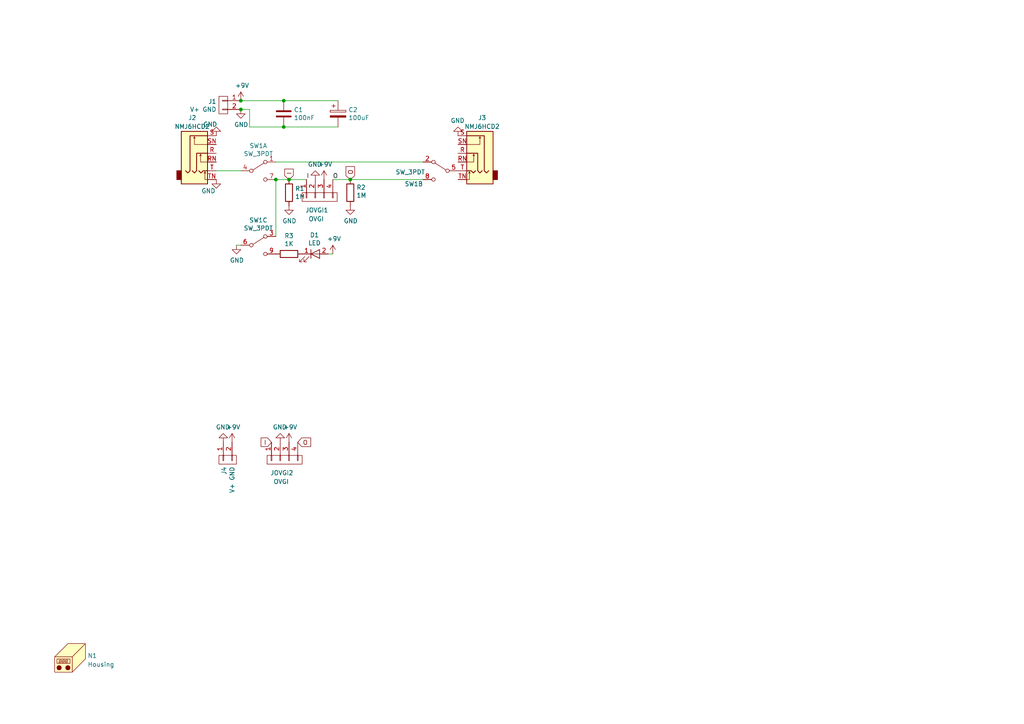
<source format=kicad_sch>
(kicad_sch (version 20230121) (generator eeschema)
  (paper "A4")
  (lib_symbols
    (symbol "1590B-rescue:C-device" (pin_numbers hide) (pin_names (offset 0.254))
      (property "Reference" "C" (at 0.635 2.54 0))
      (property "Value" "device:C" (at 0.635 -2.54 0))
      (symbol "C-device_0_1"
        (polyline (pts (xy -2.032 -0.762) (xy 2.032 -0.762)) (stroke (width 0.508)))
        (polyline (pts (xy -2.032 0.762) (xy 2.032 0.762)) (stroke (width 0.508)))
      )
      (symbol "C-device_1_1"
        (pin passive line (at 0 3.81 270) (length 2.794) (name "~") (number "1"))
        (pin passive line (at 0 -3.81 90) (length 2.794) (name "~") (number "2"))
      )
    )
    (symbol "1590B-rescue:CONN_01X02-conn" (pin_names (offset 1.016) hide)
      (property "Reference" "J" (at 0 3.81 0))
      (property "Value" "conn:CONN_01X02" (at 2.54 0 90))
      (symbol "CONN_01X02-conn_0_1"
        (rectangle (start -1.27 -1.143) (end 0.254 -1.397))
        (rectangle (start -1.27 1.397) (end 0.254 1.143))
        (rectangle (start -1.27 2.54) (end 1.27 -2.54))
      )
      (symbol "CONN_01X02-conn_1_1"
        (pin passive line (at -5.08 1.27 0) (length 3.81) (name "P1") (number "1"))
        (pin passive line (at -5.08 -1.27 0) (length 3.81) (name "P2") (number "2"))
      )
    )
    (symbol "1590B-rescue:CONN_01X04-conn" (pin_names (offset 1.016) hide)
      (property "Reference" "J" (at 0 6.35 0))
      (property "Value" "conn:CONN_01X04" (at 2.54 0 90))
      (symbol "CONN_01X04-conn_0_1"
        (rectangle (start -1.27 -3.683) (end 0.254 -3.937))
        (rectangle (start -1.27 -1.143) (end 0.254 -1.397))
        (rectangle (start -1.27 1.397) (end 0.254 1.143))
        (rectangle (start -1.27 3.937) (end 0.254 3.683))
        (rectangle (start -1.27 5.08) (end 1.27 -5.08))
      )
      (symbol "CONN_01X04-conn_1_1"
        (pin passive line (at -5.08 3.81 0) (length 3.81) (name "P1") (number "1"))
        (pin passive line (at -5.08 1.27 0) (length 3.81) (name "P2") (number "2"))
        (pin passive line (at -5.08 -1.27 0) (length 3.81) (name "P3") (number "3"))
        (pin passive line (at -5.08 -3.81 0) (length 3.81) (name "P4") (number "4"))
      )
    )
    (symbol "1590B-rescue:CP-device" (pin_numbers hide) (pin_names (offset 0.254))
      (property "Reference" "C" (at 0.635 2.54 0))
      (property "Value" "device:CP" (at 0.635 -2.54 0))
      (symbol "CP-device_0_1"
        (rectangle (start -2.286 0.508) (end -2.286 1.016))
        (rectangle (start -2.286 0.508) (end 2.286 0.508))
        (polyline (pts (xy -1.778 2.286) (xy -0.762 2.286)))
        (polyline (pts (xy -1.27 2.794) (xy -1.27 1.778)))
        (rectangle (start 2.286 -0.508) (end -2.286 -1.016) (fill (type outline)))
        (rectangle (start 2.286 1.016) (end -2.286 1.016))
        (rectangle (start 2.286 1.016) (end 2.286 0.508))
      )
      (symbol "CP-device_1_1"
        (pin passive line (at 0 3.81 270) (length 2.794) (name "~") (number "1"))
        (pin passive line (at 0 -3.81 90) (length 2.794) (name "~") (number "2"))
      )
    )
    (symbol "1590B-rescue:LED-device" (pin_names (offset 1.016) hide)
      (property "Reference" "D" (at 0 2.54 0))
      (property "Value" "device:LED" (at 0 -2.54 0))
      (symbol "LED-device_0_1"
        (polyline (pts (xy -1.27 -1.27) (xy -1.27 1.27)) (stroke (width 0.2032)))
        (polyline (pts (xy -1.27 0) (xy 1.27 0)))
        (polyline (pts (xy 1.27 -1.27) (xy 1.27 1.27) (xy -1.27 0) (xy 1.27 -1.27)) (stroke (width 0.2032)))
        (polyline (pts (xy -3.048 -0.762) (xy -4.572 -2.286) (xy -3.81 -2.286) (xy -4.572 -2.286) (xy -4.572 -1.524)))
        (polyline (pts (xy -1.778 -0.762) (xy -3.302 -2.286) (xy -2.54 -2.286) (xy -3.302 -2.286) (xy -3.302 -1.524)))
      )
      (symbol "LED-device_1_1"
        (pin passive line (at -3.81 0 0) (length 2.54) (name "K") (number "1"))
        (pin passive line (at 3.81 0 180) (length 2.54) (name "A") (number "2"))
      )
    )
    (symbol "1590B-rescue:R-device" (pin_numbers hide) (pin_names (offset 0))
      (property "Reference" "R" (at 2.032 0 90))
      (property "Value" "device:R" (at 0 0 90))
      (symbol "R-device_0_1"
        (rectangle (start -1.016 -2.54) (end 1.016 2.54) (stroke (width 0.254)))
      )
      (symbol "R-device_1_1"
        (pin passive line (at 0 3.81 270) (length 1.27) (name "~") (number "1"))
        (pin passive line (at 0 -3.81 90) (length 1.27) (name "~") (number "2"))
      )
    )
    (symbol "1590B-rescue:SW_3PDT-switches" (pin_names (offset 0) hide)
      (property "Reference" "SW" (at 0 4.318 0))
      (property "Value" "switches:SW_3PDT" (at 0 -5.08 0))
      (symbol "SW_3PDT-switches_0_0"
        (circle (center -2.032 0) (radius 0.508))
        (circle (center 2.032 -2.54) (radius 0.508))
      )
      (symbol "SW_3PDT-switches_0_1"
        (polyline (pts (xy -1.524 0.254) (xy 1.651 2.286)))
        (circle (center 2.032 2.54) (radius 0.508))
      )
      (symbol "SW_3PDT-switches_1_1"
        (pin passive line (at 5.08 2.54 180) (length 2.54) (name "A") (number "1"))
        (pin passive line (at -5.08 0 0) (length 2.54) (name "B") (number "4"))
        (pin passive line (at 5.08 -2.54 180) (length 2.54) (name "C") (number "7"))
      )
      (symbol "SW_3PDT-switches_2_1"
        (pin passive line (at 5.08 2.54 180) (length 2.54) (name "A") (number "2"))
        (pin passive line (at -5.08 0 0) (length 2.54) (name "B") (number "5"))
        (pin passive line (at 5.08 -2.54 180) (length 2.54) (name "C") (number "8"))
      )
      (symbol "SW_3PDT-switches_3_1"
        (pin passive line (at 5.08 2.54 180) (length 2.54) (name "A") (number "3"))
        (pin passive line (at -5.08 0 0) (length 2.54) (name "B") (number "6"))
        (pin passive line (at 5.08 -2.54 180) (length 2.54) (name "C") (number "9"))
      )
    )
    (symbol "Connector_Audio:NMJ6HCD2"
      (property "Reference" "J" (at 0 11.43 0))
      (property "Value" "NMJ6HCD2" (at 0 8.89 0))
      (symbol "NMJ6HCD2_0_1"
        (rectangle (start -5.08 -5.08) (end -6.35 -7.62) (stroke (width 0.254)) (fill (type outline)))
        (polyline (pts (xy -1.27 4.826) (xy -1.016 4.318)))
        (polyline (pts (xy 0.508 -0.254) (xy 0.762 -0.762)))
        (polyline (pts (xy 1.778 -5.334) (xy 2.032 -5.842)))
        (polyline (pts (xy 0 -5.08) (xy 0.635 -5.715) (xy 1.27 -5.08) (xy 2.54 -5.08)) (stroke (width 0.254)))
        (polyline (pts (xy 2.54 -7.62) (xy 1.778 -7.62) (xy 1.778 -5.334) (xy 1.524 -5.842)))
        (polyline (pts (xy 2.54 -2.54) (xy 0.508 -2.54) (xy 0.508 -0.254) (xy 0.254 -0.762)))
        (polyline (pts (xy 2.54 2.54) (xy -1.27 2.54) (xy -1.27 4.826) (xy -1.524 4.318)))
        (polyline (pts (xy -1.905 -5.08) (xy -1.27 -5.715) (xy -0.635 -5.08) (xy -0.635 0) (xy 2.54 0)) (stroke (width 0.254)))
        (polyline (pts (xy 2.54 5.08) (xy -2.54 5.08) (xy -2.54 -5.08) (xy -3.175 -5.715) (xy -3.81 -5.08)) (stroke (width 0.254)))
        (rectangle (start 2.54 6.35) (end -5.08 -8.89) (stroke (width 0.254)) (fill (type background)))
      )
      (symbol "NMJ6HCD2_1_1"
        (pin passive line (at 5.08 0 180) (length 2.54) (name "~") (number "R"))
        (pin passive line (at 5.08 -2.54 180) (length 2.54) (name "~") (number "RN"))
        (pin passive line (at 5.08 5.08 180) (length 2.54) (name "~") (number "S"))
        (pin passive line (at 5.08 2.54 180) (length 2.54) (name "~") (number "SN"))
        (pin passive line (at 5.08 -5.08 180) (length 2.54) (name "~") (number "T"))
        (pin passive line (at 5.08 -7.62 180) (length 2.54) (name "~") (number "TN"))
      )
    )
    (symbol "Mechanical:Housing" (pin_names (offset 1.016))
      (property "Reference" "N" (at 3.81 0 0))
      (property "Value" "Housing" (at 3.81 -1.905 0))
      (symbol "Housing_0_1"
        (rectangle (start -5.08 -0.635) (end -1.27 -1.905))
        (circle (center -4.445 -3.175) (radius 0.635) (fill (type outline)))
        (circle (center -1.905 -3.175) (radius 0.635) (fill (type outline)))
        (polyline (pts (xy -4.5212 -1.5748) (xy -4.4704 -1.3716)))
        (polyline (pts (xy -4.4196 -1.6764) (xy -4.064 -1.6764)))
        (polyline (pts (xy -4.4196 -1.2192) (xy -4.3688 -0.9652)))
        (polyline (pts (xy -4.318 -1.3208) (xy -4.0132 -1.3208)))
        (polyline (pts (xy -4.2164 -0.9144) (xy -3.9116 -0.9144)))
        (polyline (pts (xy -3.9116 -1.6256) (xy -3.8608 -1.3716)))
        (polyline (pts (xy -3.81 -1.2192) (xy -3.7592 -0.9652)))
        (polyline (pts (xy -3.6068 -1.5748) (xy -3.556 -1.3716)))
        (polyline (pts (xy -3.5052 -1.6764) (xy -3.1496 -1.6764)))
        (polyline (pts (xy -3.5052 -1.2192) (xy -3.4544 -0.9652)))
        (polyline (pts (xy -3.4036 -1.3208) (xy -3.0988 -1.3208)))
        (polyline (pts (xy -3.302 -0.9144) (xy -2.9972 -0.9144)))
        (polyline (pts (xy -2.9972 -1.6256) (xy -2.9464 -1.3716)))
        (polyline (pts (xy -2.8956 -1.2192) (xy -2.8448 -0.9652)))
        (polyline (pts (xy -2.6924 -1.5748) (xy -2.6416 -1.3716)))
        (polyline (pts (xy -2.5908 -1.6764) (xy -2.2352 -1.6764)))
        (polyline (pts (xy -2.5908 -1.2192) (xy -2.54 -0.9652)))
        (polyline (pts (xy -2.4892 -1.3208) (xy -2.1844 -1.3208)))
        (polyline (pts (xy -2.3876 -0.9144) (xy -2.0828 -0.9144)))
        (polyline (pts (xy -2.0828 -1.6256) (xy -2.032 -1.3716)))
        (polyline (pts (xy -1.9812 -1.2192) (xy -1.9304 -0.9652)))
        (polyline (pts (xy -0.635 0) (xy -0.635 -4.445)))
        (polyline (pts (xy -5.715 0) (xy -0.635 0) (xy 3.175 3.81)))
        (polyline (pts (xy -5.715 0) (xy -5.715 -4.445) (xy -0.635 -4.445) (xy 3.175 -0.635) (xy 3.175 3.81) (xy -1.905 3.81) (xy -5.715 0)) (fill (type background)))
      )
    )
    (symbol "power:+9V" (power) (pin_names (offset 0))
      (property "Value" "+9V" (at 0 3.556 0))
      (symbol "+9V_0_1"
        (polyline (pts (xy -0.762 1.27) (xy 0 2.54)))
        (polyline (pts (xy 0 0) (xy 0 2.54)))
        (polyline (pts (xy 0 2.54) (xy 0.762 1.27)))
      )
      (symbol "+9V_1_1"
        (pin power_in line (at 0 0 90) (length 0) hide (name "+9V") (number "1"))
      )
    )
    (symbol "power:GND" (power) (pin_names (offset 0))
      (property "Value" "GND" (at 0 -3.81 0))
      (symbol "GND_0_1"
        (polyline (pts (xy 0 0) (xy 0 -1.27) (xy 1.27 -1.27) (xy 0 -2.54) (xy -1.27 -1.27) (xy 0 -1.27)))
      )
      (symbol "GND_1_1"
        (pin power_in line (at 0 0 270) (length 0) hide (name "GND") (number "1"))
      )
    )
  )
  (junction (at 82.296 29.21))
  (junction (at 101.6 52.07))
  (junction (at 80.01 52.07))
  (junction (at 83.82 52.07))
  (junction (at 69.85 31.75))
  (junction (at 82.296 36.83))
  (junction (at 69.85 29.21))
  (wire (pts (xy 72.39 36.83) (xy 82.296 36.83)))
  (wire (pts (xy 80.01 52.07) (xy 83.82 52.07)))
  (wire (pts (xy 72.39 31.75) (xy 72.39 36.83)))
  (wire (pts (xy 62.738 49.53) (xy 69.85 49.53)))
  (wire (pts (xy 69.85 71.12) (xy 68.58 71.12)))
  (wire (pts (xy 69.85 31.75) (xy 72.39 31.75)))
  (wire (pts (xy 122.682 52.07) (xy 101.6 52.07)))
  (wire (pts (xy 82.296 36.83) (xy 98.044 36.83)))
  (wire (pts (xy 80.01 52.07) (xy 80.01 68.58)))
  (wire (pts (xy 80.01 46.99) (xy 122.682 46.99)))
  (wire (pts (xy 83.82 52.07) (xy 88.9 52.07)))
  (wire (pts (xy 96.52 52.07) (xy 101.6 52.07)))
  (wire (pts (xy 98.044 29.21) (xy 82.296 29.21)))
  (wire (pts (xy 69.85 29.21) (xy 82.296 29.21)))
  (wire (pts (xy 95.25 73.66) (xy 96.52 73.66)))
  (label "O" (at 96.52 52.07 0))
  (label "I" (at 88.9 52.07 0))
  (global_label "I" (shape input) (at 83.82 52.07 90) (property "Intersheetrefs" "${INTERSHEET_REFS}" (effects hide)))
  (global_label "O" (shape input) (at 86.36 128.27 0) (property "Intersheetrefs" "${INTERSHEET_REFS}" (effects hide)))
  (global_label "O" (shape input) (at 101.6 52.07 90) (property "Intersheetrefs" "${INTERSHEET_REFS}" (effects hide)))
  (global_label "I" (shape input) (at 78.74 128.27 180) (property "Intersheetrefs" "${INTERSHEET_REFS}" (effects hide)))
  (symbol (lib_id "1590B-rescue:R-device") (at 83.82 55.88 0) (unit 1)
    (property "Reference" "R1" (at 85.598 54.7116 0) (effects (justify left)))
    (property "Value" "1M" (at 85.598 57.023 0) (effects (justify left)))
    (property "Footprint" "Resistors_ThroughHole:Resistor_Horizontal_RM7mm" (effects hide))
  )
  (symbol (lib_id "1590B-rescue:R-device") (at 101.6 55.88 0) (unit 1)
    (property "Reference" "R2" (at 103.378 54.356 0) (effects (justify left)))
    (property "Value" "1M" (at 103.378 56.6674 0) (effects (justify left)))
    (property "Footprint" "Resistors_ThroughHole:Resistor_Horizontal_RM7mm" (effects hide))
    (instances (project "1590B" (path "" (reference "R2") (unit 1)) (path "" (reference "R3") (unit 1))))
  )
  (symbol (lib_id "Connector_Audio:NMJ6HCD2") (at 137.922 44.45 0) (mirror y) (unit 1)
    (property "Reference" "J3" (at 139.827 34.163 0))
    (property "Value" "NMJ6HCD2" (at 139.827 36.703 0))
    (property "Footprint" "Connector_Audio:Jack_6.35mm_Neutrik_NMJ6HCD2_Horizontal" (effects hide))
    (property "Datasheet" "https://www.neutrik.com/en/product/nmj6hcd2" (effects hide))
  )
  (symbol (lib_id "1590B-rescue:C-device") (at 82.296 33.02 180) (unit 1)
    (property "Reference" "C1" (at 85.217 31.8516 0) (effects (justify right)))
    (property "Value" "100nF" (at 85.217 34.163 0) (effects (justify right)))
    (property "Footprint" "Capacitors_ThroughHole:C_Rect_L7_W3.5_P5" (effects hide))
  )
  (symbol (lib_id "1590B-rescue:CONN_01X04-conn") (at 82.55 133.35 90) (mirror x) (unit 1)
    (property "Reference" "JOVGI2" (at 85.09 137.16 90) (effects (justify left)))
    (property "Value" "OVGI" (at 83.82 139.7 90) (effects (justify left)))
    (property "Footprint" "Pin_Headers:Pin_Header_Straight_1x04_Pitch2.54mm" (effects hide))
    (instances (project "1590B" (path "" (reference "JOVGI2") (unit 1)) (path "" (reference "JOVGI1") (unit 1))))
  )
  (symbol (lib_id "power:GND") (at 83.82 59.69 0) (unit 1)
    (property "Reference" "#PWR05" (effects hide))
    (property "Value" "GND" (at 83.947 64.0842 0))
    (instances (project "1590B" (path "" (reference "#PWR05") (unit 1)) (path "" (reference "#PWR09") (unit 1))))
  )
  (symbol (lib_id "1590B-rescue:SW_3PDT-switches") (at 74.93 71.12 0) (unit 3)
    (property "Reference" "SW1" (at 74.93 63.881 0))
    (property "Value" "SW_3PDT" (at 74.93 66.1924 0))
    (property "Footprint" "KiCad Lib:3PDT-Footswitch" (effects hide))
  )
  (symbol (lib_id "power:GND") (at 64.77 128.27 180) (unit 1)
    (property "Reference" "#PWR014" (effects hide))
    (property "Value" "GND" (at 64.643 123.8758 0))
    (instances (project "1590B" (path "" (reference "#PWR014") (unit 1)) (path "" (reference "#PWR01") (unit 1))))
  )
  (symbol (lib_id "power:GND") (at 62.738 39.37 180) (unit 1)
    (property "Reference" "#PWR011" (effects hide))
    (property "Value" "GND" (at 60.96 36.068 0))
    (instances (project "1590B" (path "" (reference "#PWR011") (unit 1)) (path "" (reference "#PWR06") (unit 1))))
  )
  (symbol (lib_id "power:+9V") (at 96.52 73.66 0) (unit 1)
    (property "Reference" "#PWR08" (effects hide))
    (property "Value" "+9V" (at 96.901 69.2658 0))
    (instances (project "1590B" (path "" (reference "#PWR08") (unit 1)) (path "" (reference "#PWR013") (unit 1))))
  )
  (symbol (lib_id "Mechanical:Housing") (at 21.59 190.5 0) (unit 1)
    (property "Reference" "N1" (at 25.4 190.1825 0) (effects (justify left)))
    (property "Value" "Housing" (at 25.4 192.7225 0) (effects (justify left)))
    (property "Footprint" "Pedal-Components:1590B" (effects hide))
  )
  (symbol (lib_id "power:+9V") (at 67.31 128.27 0) (unit 1)
    (property "Reference" "#PWR015" (effects hide))
    (property "Value" "+9V" (at 67.691 123.8758 0))
    (instances (project "1590B" (path "" (reference "#PWR015") (unit 1)) (path "" (reference "#PWR02") (unit 1))))
  )
  (symbol (lib_id "power:+9V") (at 69.85 29.21 0) (unit 1)
    (property "Reference" "#PWR01" (effects hide))
    (property "Value" "+9V" (at 70.231 24.8158 0))
    (instances (project "1590B" (path "" (reference "#PWR01") (unit 1)) (path "" (reference "#PWR04") (unit 1))))
  )
  (symbol (lib_id "1590B-rescue:CONN_01X02-conn") (at 64.77 30.48 0) (mirror y) (unit 1)
    (property "Reference" "J1" (at 62.7888 29.4386 0) (effects (justify left)))
    (property "Value" "V+ GND" (at 62.7888 31.75 0) (effects (justify left)))
    (property "Footprint" "Connector_PinHeader_2.54mm:PinHeader_1x02_P2.54mm_Vertical" (effects hide))
  )
  (symbol (lib_id "power:GND") (at 101.6 59.69 0) (unit 1)
    (property "Reference" "#PWR06" (effects hide))
    (property "Value" "GND" (at 101.727 64.0842 0))
    (instances (project "1590B" (path "" (reference "#PWR06") (unit 1)) (path "" (reference "#PWR014") (unit 1))))
  )
  (symbol (lib_id "1590B-rescue:R-device") (at 83.82 73.66 270) (unit 1)
    (property "Reference" "R3" (at 83.82 68.4022 90))
    (property "Value" "1K" (at 83.82 70.7136 90))
    (property "Footprint" "Resistors_ThroughHole:Resistor_Horizontal_RM7mm" (effects hide))
    (instances (project "1590B" (path "" (reference "R3") (unit 1)) (path "" (reference "R2") (unit 1))))
  )
  (symbol (lib_id "power:+9V") (at 93.98 52.07 0) (unit 1)
    (property "Reference" "#PWR04" (effects hide))
    (property "Value" "+9V" (at 94.361 47.6758 0))
    (instances (project "1590B" (path "" (reference "#PWR04") (unit 1)) (path "" (reference "#PWR012") (unit 1))))
  )
  (symbol (lib_id "1590B-rescue:SW_3PDT-switches") (at 74.93 49.53 0) (unit 1)
    (property "Reference" "SW1" (at 74.93 42.291 0))
    (property "Value" "SW_3PDT" (at 74.93 44.6024 0))
    (property "Footprint" "KiCad Lib:3PDT-Footswitch" (effects hide))
  )
  (symbol (lib_id "power:GND") (at 62.738 52.07 0) (unit 1)
    (property "Reference" "#PWR013" (effects hide))
    (property "Value" "GND" (at 60.452 55.372 0))
    (instances (project "1590B" (path "" (reference "#PWR013") (unit 1)) (path "" (reference "#PWR07") (unit 1))))
  )
  (symbol (lib_id "power:+9V") (at 83.82 128.27 0) (unit 1)
    (property "Reference" "#PWR010" (effects hide))
    (property "Value" "+9V" (at 84.201 123.8758 0))
  )
  (symbol (lib_id "power:GND") (at 81.28 128.27 180) (unit 1)
    (property "Reference" "#PWR09" (effects hide))
    (property "Value" "GND" (at 81.153 123.8758 0))
    (instances (project "1590B" (path "" (reference "#PWR09") (unit 1)) (path "" (reference "#PWR08") (unit 1))))
  )
  (symbol (lib_id "power:GND") (at 132.842 39.37 180) (unit 1)
    (property "Reference" "#PWR012" (effects hide))
    (property "Value" "GND" (at 132.715 34.9758 0))
    (instances (project "1590B" (path "" (reference "#PWR012") (unit 1)) (path "" (reference "#PWR015") (unit 1))))
  )
  (symbol (lib_id "Connector_Audio:NMJ6HCD2") (at 57.658 44.45 0) (unit 1)
    (property "Reference" "J2" (at 55.753 34.163 0))
    (property "Value" "NMJ6HCD2" (at 55.753 36.703 0))
    (property "Footprint" "Connector_Audio:Jack_6.35mm_Neutrik_NMJ6HCD2_Horizontal" (effects hide))
    (property "Datasheet" "https://www.neutrik.com/en/product/nmj6hcd2" (effects hide))
  )
  (symbol (lib_id "power:GND") (at 68.58 71.12 0) (unit 1)
    (property "Reference" "#PWR07" (effects hide))
    (property "Value" "GND" (at 68.707 75.5142 0))
    (instances (project "1590B" (path "" (reference "#PWR07") (unit 1)) (path "" (reference "#PWR03") (unit 1))))
  )
  (symbol (lib_id "power:GND") (at 91.44 52.07 180) (unit 1)
    (property "Reference" "#PWR03" (effects hide))
    (property "Value" "GND" (at 91.313 47.6758 0))
    (instances (project "1590B" (path "" (reference "#PWR03") (unit 1)) (path "" (reference "#PWR011") (unit 1))))
  )
  (symbol (lib_id "1590B-rescue:CONN_01X02-conn") (at 66.04 133.35 90) (mirror x) (unit 1)
    (property "Reference" "J4" (at 64.9986 135.3312 0) (effects (justify left)))
    (property "Value" "V+ GND" (at 67.31 135.3312 0) (effects (justify left)))
    (property "Footprint" "Connector_PinHeader_2.54mm:PinHeader_1x02_P2.54mm_Vertical" (effects hide))
  )
  (symbol (lib_id "1590B-rescue:LED-device") (at 91.44 73.66 0) (unit 1)
    (property "Reference" "D1" (at 91.2114 68.1736 0))
    (property "Value" "LED" (at 91.2114 70.485 0))
    (property "Footprint" "LEDs:LED-5MM" (effects hide))
  )
  (symbol (lib_id "1590B-rescue:CP-device") (at 98.044 33.02 0) (unit 1)
    (property "Reference" "C2" (at 101.0412 31.8516 0) (effects (justify left)))
    (property "Value" "100uF" (at 101.0412 34.163 0) (effects (justify left)))
    (property "Footprint" "Capacitors_THT:CP_Radial_D8.0mm_P2.50mm" (effects hide))
  )
  (symbol (lib_id "power:GND") (at 69.85 31.75 0) (unit 1)
    (property "Reference" "#PWR02" (effects hide))
    (property "Value" "GND" (at 69.977 36.1442 0))
    (instances (project "1590B" (path "" (reference "#PWR02") (unit 1)) (path "" (reference "#PWR05") (unit 1))))
  )
  (symbol (lib_id "1590B-rescue:SW_3PDT-switches") (at 127.762 49.53 0) (mirror y) (unit 2)
    (property "Reference" "SW1" (at 120.015 53.34 0))
    (property "Value" "SW_3PDT" (at 118.999 49.911 0))
    (property "Footprint" "KiCad Lib:3PDT-Footswitch" (effects hide))
  )
  (symbol (lib_id "1590B-rescue:CONN_01X04-conn") (at 92.71 57.15 90) (mirror x) (unit 1)
    (property "Reference" "JOVGI1" (at 95.25 60.96 90) (effects (justify left)))
    (property "Value" "OVGI" (at 93.98 63.5 90) (effects (justify left)))
    (property "Footprint" "Pin_Headers:Pin_Header_Straight_1x04_Pitch2.54mm" (effects hide))
    (instances (project "1590B" (path "" (reference "JOVGI1") (unit 1)) (path "" (reference "JOVGI2") (unit 1))))
  )
)
</source>
